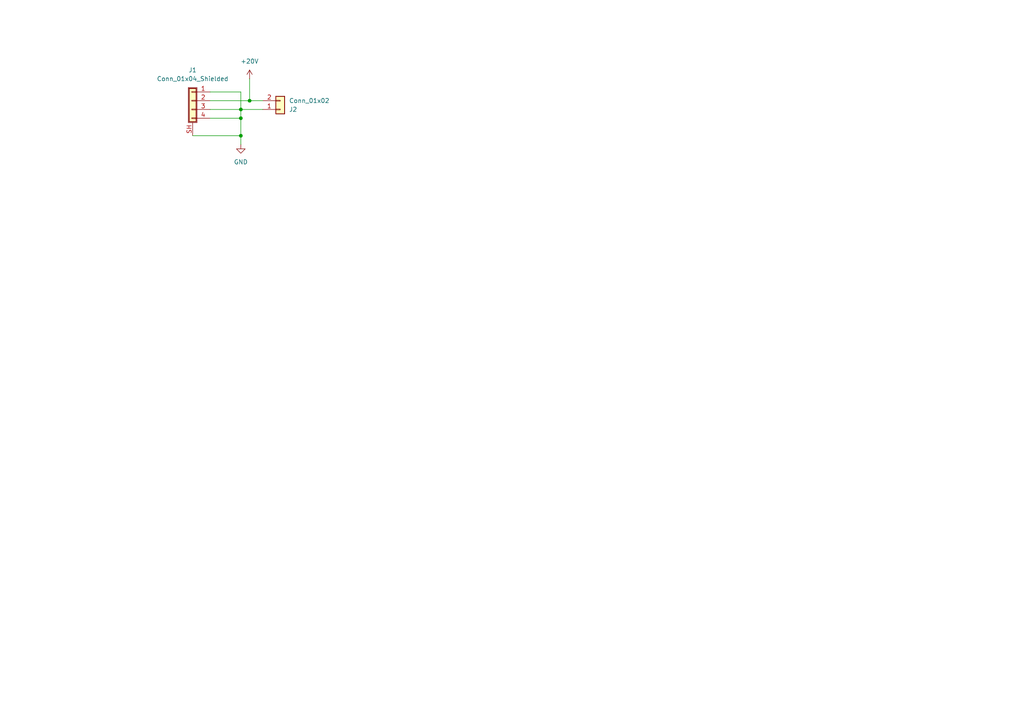
<source format=kicad_sch>
(kicad_sch (version 20250114) (generator "eeschema") (generator_version "9.0")
  (paper "A4")
  (lib_symbols
    (symbol "Connector_Generic:Conn_01x02" (pin_names (offset 1.016) (hide yes))
      (property "Reference" "J" (at 0 2.54 0))
      (property "Value" "Conn_01x02" (at 0 -5.08 0))
      (symbol "Conn_01x02_1_1"
        (rectangle (start -1.27 1.27) (end 1.27 -3.81) (stroke (width 0.254)) (fill (type background)))
        (rectangle (start -1.27 0.127) (end 0 -0.127) (stroke (width 0.1524)))
        (rectangle (start -1.27 -2.413) (end 0 -2.667) (stroke (width 0.1524)))
        (pin passive line (at -5.08 0 0) (length 3.81) (name "Pin_1") (number "1"))
        (pin passive line (at -5.08 -2.54 0) (length 3.81) (name "Pin_2") (number "2"))
      )
    )
    (symbol "Connector_Generic_Shielded:Conn_01x04_Shielded" (pin_names (offset 1.016) (hide yes))
      (property "Reference" "J" (at 0.254 4.826 0))
      (property "Value" "Conn_01x04_Shielded" (at 1.016 -7.366 0))
      (symbol "Conn_01x04_Shielded_1_1"
        (rectangle (start -1.27 3.81) (end 1.27 -6.35) (stroke (width 0.1524)))
        (rectangle (start -1.016 3.556) (end 1.016 -6.096) (stroke (width 0.254)) (fill (type background)))
        (rectangle (start -1.016 2.667) (end 0.254 2.413) (stroke (width 0.1524)))
        (rectangle (start -1.016 0.127) (end 0.254 -0.127) (stroke (width 0.1524)))
        (rectangle (start -1.016 -2.413) (end 0.254 -2.667) (stroke (width 0.1524)))
        (rectangle (start -1.016 -4.953) (end 0.254 -5.207) (stroke (width 0.1524)))
        (pin passive line (at -5.08 2.54 0) (length 4.064) (name "Pin_1") (number "1"))
        (pin passive line (at -5.08 0 0) (length 4.064) (name "Pin_2") (number "2"))
        (pin passive line (at -5.08 -2.54 0) (length 4.064) (name "Pin_3") (number "3"))
        (pin passive line (at -5.08 -5.08 0) (length 4.064) (name "Pin_4") (number "4"))
        (pin passive line (at 0 -10.16 90) (length 3.81) (name "Shield") (number "SH"))
      )
    )
    (symbol "XG_Mobile:+20V" (power) (pin_numbers (hide yes)) (pin_names (offset 0) (hide yes))
      (property "Value" "+20V" (at 0 3.556 0))
      (symbol "+20V_0_1"
        (polyline (pts (xy -0.762 1.27) (xy 0 2.54)))
        (polyline (pts (xy 0 2.54) (xy 0.762 1.27)))
        (polyline (pts (xy 0 0) (xy 0 2.54)))
      )
      (symbol "+20V_1_1"
        (pin power_in line (at 0 0 90) (length 0) (name "~") (number "1"))
      )
    )
    (symbol "power:GND" (power) (pin_numbers (hide yes)) (pin_names (offset 0) (hide yes))
      (property "Value" "GND" (at 0 -3.81 0))
      (symbol "GND_0_1"
        (polyline (pts (xy 0 0) (xy 0 -1.27) (xy 1.27 -1.27) (xy 0 -2.54) (xy -1.27 -1.27) (xy 0 -1.27)))
      )
      (symbol "GND_1_1"
        (pin power_in line (at 0 0 270) (length 0) (name "~") (number "1"))
      )
    )
  )
  (junction (at 69.85 34.29))
  (junction (at 69.85 31.75))
  (junction (at 72.39 29.21))
  (junction (at 69.85 39.37))
  (wire (pts (xy 72.39 29.21) (xy 76.2 29.21)))
  (wire (pts (xy 69.85 39.37) (xy 69.85 41.91)))
  (wire (pts (xy 69.85 31.75) (xy 76.2 31.75)))
  (wire (pts (xy 55.88 39.37) (xy 69.85 39.37)))
  (wire (pts (xy 60.96 26.67) (xy 69.85 26.67)))
  (wire (pts (xy 72.39 22.86) (xy 72.39 29.21)))
  (wire (pts (xy 60.96 29.21) (xy 72.39 29.21)))
  (wire (pts (xy 69.85 26.67) (xy 69.85 31.75)))
  (wire (pts (xy 69.85 31.75) (xy 69.85 34.29)))
  (wire (pts (xy 69.85 34.29) (xy 69.85 39.37)))
  (wire (pts (xy 60.96 34.29) (xy 69.85 34.29)))
  (wire (pts (xy 60.96 31.75) (xy 69.85 31.75)))
  (symbol (lib_id "Connector_Generic_Shielded:Conn_01x04_Shielded") (at 55.88 29.21 0) (mirror y) (unit 1)
    (property "Reference" "J1" (at 55.88 20.32 0))
    (property "Value" "Conn_01x04_Shielded" (at 55.88 22.86 0))
    (property "Footprint" "XG_Mobile:MSI_Charger" (effects (hide yes)))
    (property "Description" "Generic shielded connector, single row, 01x04, script generated (kicad-library-utils/schlib/autogen/connector/)" (effects (hide yes)))
  )
  (symbol (lib_id "XG_Mobile:+20V") (at 72.39 22.86 0) (unit 1)
    (property "Reference" "#PWR01" (effects (hide yes)))
    (property "Value" "+20V" (at 72.39 17.78 0))
    (property "Description" "Power symbol creates a global label with name \"+20V\"" (effects (hide yes)))
  )
  (symbol (lib_id "Connector_Generic:Conn_01x02") (at 81.28 31.75 0) (mirror x) (unit 1)
    (property "Reference" "J2" (at 83.82 31.7501 0) (effects (justify left)))
    (property "Value" "Conn_01x02" (at 83.82 29.2101 0) (effects (justify left)))
    (property "Footprint" "XG_Mobile:2P_Slot_Power" (effects (hide yes)))
    (property "Description" "Generic connector, single row, 01x02, script generated (kicad-library-utils/schlib/autogen/connector/)" (effects (hide yes)))
  )
  (symbol (lib_id "power:GND") (at 69.85 41.91 0) (unit 1)
    (property "Reference" "#PWR02" (effects (hide yes)))
    (property "Value" "GND" (at 69.85 46.99 0))
    (property "Description" "Power symbol creates a global label with name \"GND\" , ground" (effects (hide yes)))
  )
)
</source>
